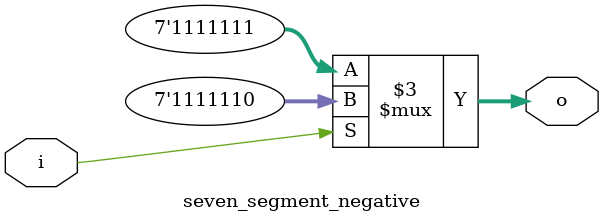
<source format=v>
module seven_segment_negative(i,o);

input i;
output reg [6:0]o; // a, b, c, d, e, f, g

always @(*)
begin
	case(i)
	1'd1: o = 7'b1111110;
	default: o = 7'b1111111;
endcase
end
endmodule
</source>
